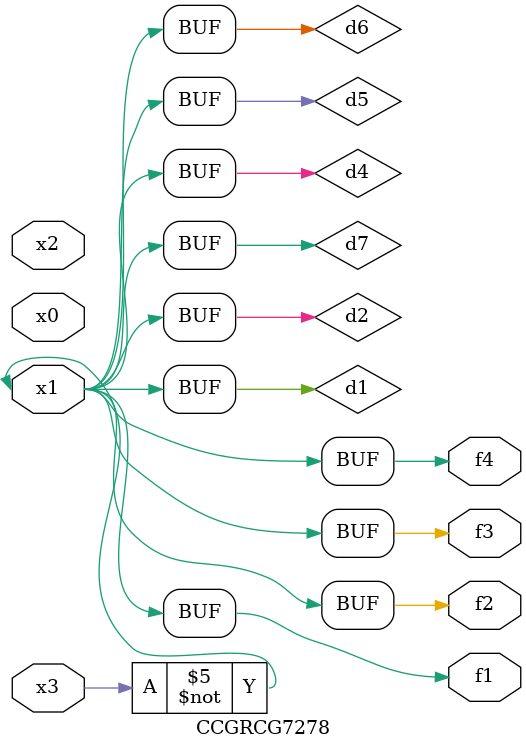
<source format=v>
module CCGRCG7278(
	input x0, x1, x2, x3,
	output f1, f2, f3, f4
);

	wire d1, d2, d3, d4, d5, d6, d7;

	not (d1, x3);
	buf (d2, x1);
	xnor (d3, d1, d2);
	nor (d4, d1);
	buf (d5, d1, d2);
	buf (d6, d4, d5);
	nand (d7, d4);
	assign f1 = d6;
	assign f2 = d7;
	assign f3 = d6;
	assign f4 = d6;
endmodule

</source>
